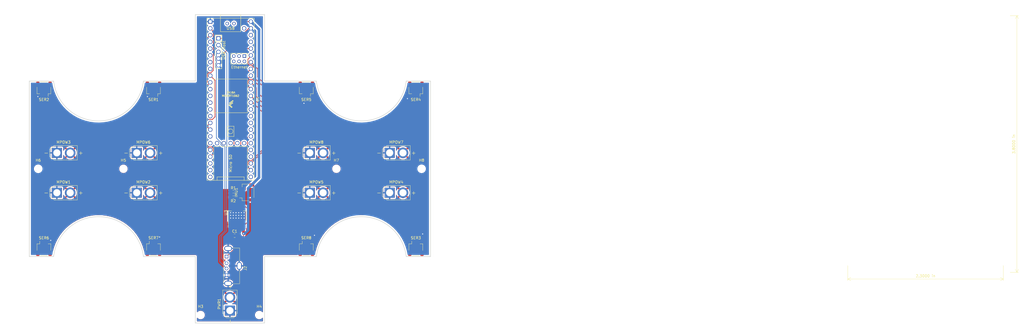
<source format=kicad_pcb>
(kicad_pcb (version 20171130) (host pcbnew "(5.1.10)-1")
  (layers (0 F.Cu signal) (31 B.Cu signal) (34 B.Paste user) (35 F.Paste user) (36 B.SilkS user) (37 F.SilkS user) (38 B.Mask user) (39 F.Mask user) (44 Edge.Cuts user))
  (net 0 "")
  (net 1 GND)
  (net 2 /5V)
  (net 3 "Net-(U1-Pad66)")
  (net 4 "Net-(U1-Pad67)")
  (net 5 "Net-(U1-Pad54)")
  (net 6 "Net-(U1-Pad53)")
  (net 7 "Net-(U1-Pad52)")
  (net 8 "Net-(U1-Pad51)")
  (net 9 "Net-(U1-Pad50)")
  (net 10 "Net-(U1-Pad62)")
  (net 11 "Net-(U1-Pad63)")
  (net 12 "Net-(U1-Pad64)")
  (net 13 "Net-(U1-Pad61)")
  (net 14 "Net-(U1-Pad65)")
  (net 15 "Net-(U1-Pad60)")
  (net 16 /RX6)
  (net 17 /PS2_CMD)
  (net 18 /PS2_CLK)
  (net 19 /RX7)
  (net 20 /TX6)
  (net 21 "Net-(U1-Pad15)")
  (net 22 "Net-(U1-Pad14)")
  (net 23 /TX7)
  (net 24 "Net-(U1-Pad22)")
  (net 25 "Net-(U1-Pad23)")
  (net 26 "Net-(U1-Pad24)")
  (net 27 "Net-(U1-Pad25)")
  (net 28 /RX8)
  (net 29 /TX8)
  (net 30 "Net-(U1-Pad28)")
  (net 31 "Net-(U1-Pad29)")
  (net 32 /PS2_CS)
  (net 33 /PS2_DAT)
  (net 34 "Net-(U1-Pad32)")
  (net 35 "Net-(U1-Pad33)")
  (net 36 "Net-(U1-Pad34)")
  (net 37 "Net-(U1-Pad13)")
  (net 38 "Net-(U1-Pad12)")
  (net 39 "Net-(U1-Pad11)")
  (net 40 /TX2)
  (net 41 /RX2)
  (net 42 "Net-(U1-Pad8)")
  (net 43 "Net-(U1-Pad7)")
  (net 44 "Net-(U1-Pad6)")
  (net 45 "Net-(U1-Pad5)")
  (net 46 "Net-(U1-Pad4)")
  (net 47 /TX1)
  (net 48 /RX1)
  (net 49 "Net-(U1-Pad35)")
  (net 50 /TX3)
  (net 51 /RX3)
  (net 52 /RX4)
  (net 53 /TX4)
  (net 54 /SDA)
  (net 55 /SCL)
  (net 56 /TX5)
  (net 57 /RX5)
  (net 58 /BAT_MON)
  (net 59 "Net-(U1-Pad45)")
  (net 60 "Net-(U1-Pad46)")
  (net 61 "Net-(U1-Pad49)")
  (net 62 Vdrive)
  (net 63 /D+)
  (net 64 /D-)
  (module Connector_JST:JST_SH_SM04B-SRSS-TB_1x04-1MP_P1.00mm_Horizontal (layer F.Cu) (at 146.35 124.89 90)
    (fp_text reference IMU1 (at 0 -3.98 90) (layer F.SilkS))
    (fp_text value Conn_01x04)
    (pad MP smd roundrect (at 2.8 1.875 90) (size 1.2 1.8) (layers F.Cu F.Paste F.Mask) (roundrect_rratio 0.208333))
    (pad MP smd roundrect (at -2.8 1.875 90) (size 1.2 1.8) (layers F.Cu F.Paste F.Mask) (roundrect_rratio 0.208333))
    (pad 4 smd roundrect (at 1.5 -2 90) (size 0.6 1.55) (layers F.Cu F.Paste F.Mask) (net 55 /SCL))
    (pad 3 smd roundrect (at 0.5 -2 90) (size 0.6 1.55) (layers F.Cu F.Paste F.Mask) (net 54 /SDA))
    (pad 2 smd roundrect (at -0.5 -2 90) (size 0.6 1.55) (layers F.Cu F.Paste F.Mask) (net 1 GND))
    (pad 1 smd roundrect (at -1.5 -2 90) (size 0.6 1.55) (layers F.Cu F.Paste F.Mask) (net 2 /5V))
  )
  (module Connector_JST:JST_SH_SM03B-SRSS-TB_1x03-1MP_P1.00mm_Horizontal (layer F.Cu) (at 70.15 146)
    (fp_text reference SER6 (at 0 -3.98) (layer F.SilkS))
    (fp_text value Conn_01x03)
    (pad MP smd roundrect (at 2.3 1.875) (size 1.2 1.8) (layers F.Cu F.Paste F.Mask) (roundrect_rratio 0.208333))
    (pad MP smd roundrect (at -2.3 1.875) (size 1.2 1.8) (layers F.Cu F.Paste F.Mask) (roundrect_rratio 0.208333))
    (pad 3 smd roundrect (at 1 -2) (size 0.6 1.55) (layers F.Cu F.Paste F.Mask) (net 1 GND))
    (pad 2 smd roundrect (at 0 -2) (size 0.6 1.55) (layers F.Cu F.Paste F.Mask) (net 16 /RX6))
    (pad 1 smd roundrect (at -1 -2) (size 0.6 1.55) (layers F.Cu F.Paste F.Mask) (net 20 /TX6))
  )
  (module Connector_JST:JST_SH_SM03B-SRSS-TB_1x03-1MP_P1.00mm_Horizontal (layer F.Cu) (at 111.298 86 180)
    (fp_text reference SER1 (at 0 -3.98) (layer F.SilkS))
    (fp_text value Conn_01x03)
    (pad MP smd roundrect (at 2.3 1.875 180) (size 1.2 1.8) (layers F.Cu F.Paste F.Mask) (roundrect_rratio 0.208333))
    (pad MP smd roundrect (at -2.3 1.875 180) (size 1.2 1.8) (layers F.Cu F.Paste F.Mask) (roundrect_rratio 0.208333))
    (pad 3 smd roundrect (at 1 -2 180) (size 0.6 1.55) (layers F.Cu F.Paste F.Mask) (net 1 GND))
    (pad 2 smd roundrect (at 0 -2 180) (size 0.6 1.55) (layers F.Cu F.Paste F.Mask) (net 48 /RX1))
    (pad 1 smd roundrect (at -1 -2 180) (size 0.6 1.55) (layers F.Cu F.Paste F.Mask) (net 47 /TX1))
  )
  (module Connector_AMASS:AMASS_XT30U-F_1x02_P5.0mm_Vertical (layer F.Cu) (at 140 169.34 90)
    (fp_text reference PWR1 (at 2.5 -4 90) (layer F.SilkS))
    (fp_text value Conn_01x02)
    (fp_text user - (at -4 0 90) (layer F.SilkS) (effects (font (size 1.5 1.5))))
    (fp_text user + (at 9 0 90) (layer F.SilkS) (effects (font (size 1.5 1.5))))
    (pad 2 thru_hole circle (at 5 0 90) (size 4 4) (drill 2.7) (layers *.Cu *.Mask) (net 62 Vdrive))
    (pad 1 thru_hole rect (at 0 0 90) (size 3.8 3.8) (drill 2.7) (layers *.Cu *.Mask) (net 1 GND))
  )
  (module Connector_JST:JST_SH_SM03B-SRSS-TB_1x03-1MP_P1.00mm_Horizontal (layer F.Cu) (at 209.85 86 180)
    (fp_text reference SER4 (at 0 -3.98) (layer F.SilkS))
    (fp_text value Conn_01x03)
    (pad MP smd roundrect (at 2.3 1.875 180) (size 1.2 1.8) (layers F.Cu F.Paste F.Mask) (roundrect_rratio 0.208333))
    (pad MP smd roundrect (at -2.3 1.875 180) (size 1.2 1.8) (layers F.Cu F.Paste F.Mask) (roundrect_rratio 0.208333))
    (pad 3 smd roundrect (at 1 -2 180) (size 0.6 1.55) (layers F.Cu F.Paste F.Mask) (net 1 GND))
    (pad 2 smd roundrect (at 0 -2 180) (size 0.6 1.55) (layers F.Cu F.Paste F.Mask) (net 52 /RX4))
    (pad 1 smd roundrect (at -1 -2 180) (size 0.6 1.55) (layers F.Cu F.Paste F.Mask) (net 53 /TX4))
  )
  (module Package_TO_SOT_SMD:SOT-223 (layer F.Cu) (at 142.794 133.78 90)
    (fp_text reference U3 (at 1.27 -4.318 90) (layer F.SilkS))
    (fp_text value LM7805_TO220)
    (pad 1 smd rect (at -3.15 -2.3 90) (size 2 1.5) (layers F.Cu F.Paste F.Mask) (net 62 Vdrive))
    (pad 3 smd rect (at -3.15 2.3 90) (size 2 1.5) (layers F.Cu F.Paste F.Mask) (net 2 /5V))
    (pad 2 smd rect (at -3.15 0 90) (size 2 1.5) (layers F.Cu F.Paste F.Mask) (net 1 GND))
    (pad 4 smd rect (at 3.15 0 90) (size 2 3.8) (layers F.Cu F.Paste F.Mask))
  )
  (module Connector_AMASS:AMASS_XT30U-F_1x02_P5.0mm_Vertical (layer F.Cu) (at 170 110)
    (fp_text reference MPOW8 (at 2.5 -4) (layer F.SilkS))
    (fp_text value Conn_01x02)
    (fp_text user - (at -4 0) (layer F.SilkS) (effects (font (size 1.5 1.5))))
    (fp_text user + (at 9 0) (layer F.SilkS) (effects (font (size 1.5 1.5))))
    (pad 2 thru_hole circle (at 5 0) (size 4 4) (drill 2.7) (layers *.Cu *.Mask) (net 62 Vdrive))
    (pad 1 thru_hole rect (at 0 0) (size 3.8 3.8) (drill 2.7) (layers *.Cu *.Mask) (net 1 GND))
  )
  (module Connector_AMASS:AMASS_XT30U-F_1x02_P5.0mm_Vertical (layer F.Cu) (at 200 110)
    (fp_text reference MPOW7 (at 2.5 -4) (layer F.SilkS))
    (fp_text value Conn_01x02)
    (fp_text user - (at -4 0) (layer F.SilkS) (effects (font (size 1.5 1.5))))
    (fp_text user + (at 9 0) (layer F.SilkS) (effects (font (size 1.5 1.5))))
    (pad 2 thru_hole circle (at 5 0) (size 4 4) (drill 2.7) (layers *.Cu *.Mask) (net 62 Vdrive))
    (pad 1 thru_hole rect (at 0 0) (size 3.8 3.8) (drill 2.7) (layers *.Cu *.Mask) (net 1 GND))
  )
  (module Connector_AMASS:AMASS_XT30U-F_1x02_P5.0mm_Vertical (layer F.Cu) (at 105 110)
    (fp_text reference MPOW6 (at 2.5 -4) (layer F.SilkS))
    (fp_text value Conn_01x02)
    (fp_text user - (at -4 0) (layer F.SilkS) (effects (font (size 1.5 1.5))))
    (fp_text user + (at 9 0) (layer F.SilkS) (effects (font (size 1.5 1.5))))
    (pad 2 thru_hole circle (at 5 0) (size 4 4) (drill 2.7) (layers *.Cu *.Mask) (net 62 Vdrive))
    (pad 1 thru_hole rect (at 0 0) (size 3.8 3.8) (drill 2.7) (layers *.Cu *.Mask) (net 1 GND))
  )
  (module Connector_AMASS:AMASS_XT30U-F_1x02_P5.0mm_Vertical (layer F.Cu) (at 170 125)
    (fp_text reference MPOW5 (at 2.5 -4) (layer F.SilkS))
    (fp_text value Conn_01x02)
    (fp_text user - (at -4 0) (layer F.SilkS) (effects (font (size 1.5 1.5))))
    (fp_text user + (at 9 0) (layer F.SilkS) (effects (font (size 1.5 1.5))))
    (pad 2 thru_hole circle (at 5 0) (size 4 4) (drill 2.7) (layers *.Cu *.Mask) (net 62 Vdrive))
    (pad 1 thru_hole rect (at 0 0) (size 3.8 3.8) (drill 2.7) (layers *.Cu *.Mask) (net 1 GND))
  )
  (module Connector_AMASS:AMASS_XT30U-F_1x02_P5.0mm_Vertical (layer F.Cu) (at 200 125)
    (fp_text reference MPOW4 (at 2.5 -4) (layer F.SilkS))
    (fp_text value Conn_01x02)
    (fp_text user - (at -4 0) (layer F.SilkS) (effects (font (size 1.5 1.5))))
    (fp_text user + (at 9 0) (layer F.SilkS) (effects (font (size 1.5 1.5))))
    (pad 2 thru_hole circle (at 5 0) (size 4 4) (drill 2.7) (layers *.Cu *.Mask) (net 62 Vdrive))
    (pad 1 thru_hole rect (at 0 0) (size 3.8 3.8) (drill 2.7) (layers *.Cu *.Mask) (net 1 GND))
  )
  (module Connector_AMASS:AMASS_XT30U-F_1x02_P5.0mm_Vertical (layer F.Cu) (at 75 110)
    (fp_text reference MPOW3 (at 2.5 -4) (layer F.SilkS))
    (fp_text value Conn_01x02)
    (fp_text user - (at -4 0) (layer F.SilkS) (effects (font (size 1.5 1.5))))
    (fp_text user + (at 9 0) (layer F.SilkS) (effects (font (size 1.5 1.5))))
    (pad 2 thru_hole circle (at 5 0) (size 4 4) (drill 2.7) (layers *.Cu *.Mask) (net 62 Vdrive))
    (pad 1 thru_hole rect (at 0 0) (size 3.8 3.8) (drill 2.7) (layers *.Cu *.Mask) (net 1 GND))
  )
  (module Connector_AMASS:AMASS_XT30U-F_1x02_P5.0mm_Vertical (layer F.Cu) (at 105 125)
    (fp_text reference MPOW2 (at 2.5 -4) (layer F.SilkS))
    (fp_text value Conn_01x02)
    (fp_text user - (at -4 0) (layer F.SilkS) (effects (font (size 1.5 1.5))))
    (fp_text user + (at 9 0) (layer F.SilkS) (effects (font (size 1.5 1.5))))
    (pad 2 thru_hole circle (at 5 0) (size 4 4) (drill 2.7) (layers *.Cu *.Mask) (net 62 Vdrive))
    (pad 1 thru_hole rect (at 0 0) (size 3.8 3.8) (drill 2.7) (layers *.Cu *.Mask) (net 1 GND))
  )
  (module Connector_AMASS:AMASS_XT30U-F_1x02_P5.0mm_Vertical (layer F.Cu) (at 75 125)
    (fp_text reference MPOW1 (at 2.5 -4) (layer F.SilkS))
    (fp_text value Conn_01x02)
    (fp_text user - (at -4 0) (layer F.SilkS) (effects (font (size 1.5 1.5))))
    (fp_text user + (at 9 0) (layer F.SilkS) (effects (font (size 1.5 1.5))))
    (pad 2 thru_hole circle (at 5 0) (size 4 4) (drill 2.7) (layers *.Cu *.Mask) (net 62 Vdrive))
    (pad 1 thru_hole rect (at 0 0) (size 3.8 3.8) (drill 2.7) (layers *.Cu *.Mask) (net 1 GND))
  )
  (module Connector_USB:USB_A_Molex_105057_Vertical (layer F.Cu) (at 138.73 149.02 270)
    (fp_text reference J2 (at 4.4 -7.05 90) (layer F.SilkS))
    (fp_text value USB_A)
    (pad 5 thru_hole oval (at 3.5 -4.78) (size 1.9 2.9) (drill oval 1.3 2.3) (layers *.Cu *.Mask) (net 1 GND))
    (pad 5 thru_hole oval (at 10.07 -0.6 270) (size 1.9 2.9) (drill oval 1.3 2.3) (layers *.Cu *.Mask) (net 1 GND))
    (pad 5 thru_hole oval (at -3.07 -0.6 90) (size 1.9 2.9) (drill oval 1.3 2.3) (layers *.Cu *.Mask) (net 1 GND))
    (pad 4 thru_hole circle (at 7 0 270) (size 1.3 1.3) (drill 0.9) (layers *.Cu *.Mask) (net 1 GND))
    (pad 3 thru_hole circle (at 4.5 0 270) (size 1.3 1.3) (drill 0.9) (layers *.Cu *.Mask) (net 63 /D+))
    (pad 2 thru_hole circle (at 2.5 0 270) (size 1.3 1.3) (drill 0.9) (layers *.Cu *.Mask) (net 64 /D-))
    (pad 1 thru_hole rect (at 0 0 270) (size 1.3 1.3) (drill 0.9) (layers *.Cu *.Mask) (net 2 /5V))
  )
  (module MountingHole:MountingHole_2.2mm_M2 (layer F.Cu) (at 212 116)
    (fp_text reference H8 (at 0 -3.2) (layer F.SilkS))
    (fp_text value MountingHole)
    (pad 1 np_thru_hole circle (at 0 0) (size 2.2 2.2) (drill 2.2) (layers *.Cu *.Mask))
  )
  (module MountingHole:MountingHole_2.2mm_M2 (layer F.Cu) (at 180 116)
    (fp_text reference H7 (at 0 -3.2) (layer F.SilkS))
    (fp_text value MountingHole)
    (pad 1 np_thru_hole circle (at 0 0) (size 2.2 2.2) (drill 2.2) (layers *.Cu *.Mask))
  )
  (module MountingHole:MountingHole_2.2mm_M2 (layer F.Cu) (at 68 116)
    (fp_text reference H6 (at 0 -3.2) (layer F.SilkS))
    (fp_text value MountingHole)
    (pad 1 np_thru_hole circle (at 0 0) (size 2.2 2.2) (drill 2.2) (layers *.Cu *.Mask))
  )
  (module MountingHole:MountingHole_2.2mm_M2 (layer F.Cu) (at 100 116)
    (fp_text reference H5 (at 0 -3.2) (layer F.SilkS))
    (fp_text value MountingHole)
    (pad 1 np_thru_hole circle (at 0 0) (size 2.2 2.2) (drill 2.2) (layers *.Cu *.Mask))
  )
  (module MountingHole:MountingHole_2.2mm_M2 (layer F.Cu) (at 151 171)
    (fp_text reference H4 (at 0 -3.2) (layer F.SilkS))
    (fp_text value MountingHole)
    (pad 1 np_thru_hole circle (at 0 0) (size 2.2 2.2) (drill 2.2) (layers *.Cu *.Mask))
  )
  (module MountingHole:MountingHole_2.2mm_M2 (layer F.Cu) (at 129 171)
    (fp_text reference H3 (at 0 -3.2) (layer F.SilkS))
    (fp_text value MountingHole)
    (pad 1 np_thru_hole circle (at 0 0) (size 2.2 2.2) (drill 2.2) (layers *.Cu *.Mask))
  )
  (module Connector_JST:JST_SH_SM03B-SRSS-TB_1x03-1MP_P1.00mm_Horizontal (layer F.Cu) (at 168.702 145.972)
    (fp_text reference SER8 (at 0 -3.98) (layer F.SilkS))
    (fp_text value Conn_01x03)
    (pad MP smd roundrect (at 2.3 1.875) (size 1.2 1.8) (layers F.Cu F.Paste F.Mask) (roundrect_rratio 0.208333))
    (pad MP smd roundrect (at -2.3 1.875) (size 1.2 1.8) (layers F.Cu F.Paste F.Mask) (roundrect_rratio 0.208333))
    (pad 3 smd roundrect (at 1 -2) (size 0.6 1.55) (layers F.Cu F.Paste F.Mask) (net 1 GND))
    (pad 2 smd roundrect (at 0 -2) (size 0.6 1.55) (layers F.Cu F.Paste F.Mask) (net 28 /RX8))
    (pad 1 smd roundrect (at -1 -2) (size 0.6 1.55) (layers F.Cu F.Paste F.Mask) (net 29 /TX8))
  )
  (module Connector_JST:JST_SH_SM03B-SRSS-TB_1x03-1MP_P1.00mm_Horizontal (layer F.Cu) (at 111.298 145.972)
    (fp_text reference SER7 (at 0 -3.98) (layer F.SilkS))
    (fp_text value Conn_01x03)
    (pad MP smd roundrect (at 2.3 1.875) (size 1.2 1.8) (layers F.Cu F.Paste F.Mask) (roundrect_rratio 0.208333))
    (pad MP smd roundrect (at -2.3 1.875) (size 1.2 1.8) (layers F.Cu F.Paste F.Mask) (roundrect_rratio 0.208333))
    (pad 3 smd roundrect (at 1 -2) (size 0.6 1.55) (layers F.Cu F.Paste F.Mask) (net 1 GND))
    (pad 2 smd roundrect (at 0 -2) (size 0.6 1.55) (layers F.Cu F.Paste F.Mask) (net 19 /RX7))
    (pad 1 smd roundrect (at -1 -2) (size 0.6 1.55) (layers F.Cu F.Paste F.Mask) (net 23 /TX7))
  )
  (module Connector_JST:JST_SH_SM03B-SRSS-TB_1x03-1MP_P1.00mm_Horizontal (layer F.Cu) (at 168.702 86 180)
    (fp_text reference SER5 (at 0 -3.98) (layer F.SilkS))
    (fp_text value Conn_01x03)
    (pad MP smd roundrect (at 2.3 1.875 180) (size 1.2 1.8) (layers F.Cu F.Paste F.Mask) (roundrect_rratio 0.208333))
    (pad MP smd roundrect (at -2.3 1.875 180) (size 1.2 1.8) (layers F.Cu F.Paste F.Mask) (roundrect_rratio 0.208333))
    (pad 3 smd roundrect (at 1 -2 180) (size 0.6 1.55) (layers F.Cu F.Paste F.Mask) (net 1 GND))
    (pad 2 smd roundrect (at 0 -2 180) (size 0.6 1.55) (layers F.Cu F.Paste F.Mask) (net 57 /RX5))
    (pad 1 smd roundrect (at -1 -2 180) (size 0.6 1.55) (layers F.Cu F.Paste F.Mask) (net 56 /TX5))
  )
  (module Connector_JST:JST_SH_SM03B-SRSS-TB_1x03-1MP_P1.00mm_Horizontal (layer F.Cu) (at 209.85 146)
    (fp_text reference SER3 (at 0 -3.98) (layer F.SilkS))
    (fp_text value Conn_01x03)
    (pad MP smd roundrect (at 2.3 1.875) (size 1.2 1.8) (layers F.Cu F.Paste F.Mask) (roundrect_rratio 0.208333))
    (pad MP smd roundrect (at -2.3 1.875) (size 1.2 1.8) (layers F.Cu F.Paste F.Mask) (roundrect_rratio 0.208333))
    (pad 3 smd roundrect (at 1 -2) (size 0.6 1.55) (layers F.Cu F.Paste F.Mask) (net 1 GND))
    (pad 2 smd roundrect (at 0 -2) (size 0.6 1.55) (layers F.Cu F.Paste F.Mask) (net 51 /RX3))
    (pad 1 smd roundrect (at -1 -2) (size 0.6 1.55) (layers F.Cu F.Paste F.Mask) (net 50 /TX3))
  )
  (module Connector_JST:JST_SH_SM03B-SRSS-TB_1x03-1MP_P1.00mm_Horizontal (layer F.Cu) (at 70.15 86 180)
    (fp_text reference SER2 (at 0 -3.98) (layer F.SilkS))
    (fp_text value Conn_01x03)
    (pad MP smd roundrect (at 2.3 1.875 180) (size 1.2 1.8) (layers F.Cu F.Paste F.Mask) (roundrect_rratio 0.208333))
    (pad MP smd roundrect (at -2.3 1.875 180) (size 1.2 1.8) (layers F.Cu F.Paste F.Mask) (roundrect_rratio 0.208333))
    (pad 3 smd roundrect (at 1 -2 180) (size 0.6 1.55) (layers F.Cu F.Paste F.Mask) (net 1 GND))
    (pad 2 smd roundrect (at 0 -2 180) (size 0.6 1.55) (layers F.Cu F.Paste F.Mask) (net 41 /RX2))
    (pad 1 smd roundrect (at -1 -2 180) (size 0.6 1.55) (layers F.Cu F.Paste F.Mask) (net 40 /TX2))
  )
  (module Teensy:Teensy41 (layer F.Cu) (at 140.254 89.838 270)
    (fp_text reference U1 (at 0 -10.16 90) (layer F.SilkS))
    (fp_text value Teensy4.1)
    (fp_text user "USB Host" (at -18.4658 2.4892 90) (layer F.SilkS))
    (fp_text user Ethernet (at -12.065 -3.2766) (layer F.SilkS))
    (fp_text user USB (at -26.67 0 180) (layer F.SilkS))
    (fp_text user "Micro SD" (at 24.13 0 90) (layer F.SilkS))
    (fp_text user MIMXRT1062 (at -1.27 0 180) (layer F.SilkS) (effects (font (size 0.7 0.7))))
    (fp_text user DVJ6A (at -2.54 -0.18 180) (layer F.SilkS) (effects (font (size 0.7 0.7))))
    (pad 66 thru_hole circle (at -28.48 -1.27 270) (size 1.3 1.3) (drill 0.8) (layers *.Cu *.Mask) (net 3 "Net-(U1-Pad66)"))
    (pad 67 thru_hole circle (at -28.48 1.27 270) (size 1.3 1.3) (drill 0.8) (layers *.Cu *.Mask) (net 4 "Net-(U1-Pad67)"))
    (pad 54 thru_hole circle (at 16.51 -5.08 270) (size 1.6 1.6) (drill 1.1) (layers *.Cu *.Mask) (net 5 "Net-(U1-Pad54)"))
    (pad 53 thru_hole circle (at 16.51 -2.54 270) (size 1.6 1.6) (drill 1.1) (layers *.Cu *.Mask) (net 6 "Net-(U1-Pad53)"))
    (pad 52 thru_hole circle (at 16.51 0 270) (size 1.6 1.6) (drill 1.1) (layers *.Cu *.Mask) (net 7 "Net-(U1-Pad52)"))
    (pad 51 thru_hole circle (at 16.51 2.54 270) (size 1.6 1.6) (drill 1.1) (layers *.Cu *.Mask) (net 8 "Net-(U1-Pad51)"))
    (pad 50 thru_hole circle (at 16.51 5.08 270) (size 1.6 1.6) (drill 1.1) (layers *.Cu *.Mask) (net 9 "Net-(U1-Pad50)"))
    (pad 62 thru_hole circle (at -16.24 -1.1816 270) (size 1.3 1.3) (drill 0.8) (layers *.Cu *.Mask) (net 10 "Net-(U1-Pad62)"))
    (pad 63 thru_hole circle (at -14.24 -1.1816 270) (size 1.3 1.3) (drill 0.8) (layers *.Cu *.Mask) (net 11 "Net-(U1-Pad63)"))
    (pad 64 thru_hole circle (at -14.24 -3.1816 270) (size 1.3 1.3) (drill 0.8) (layers *.Cu *.Mask) (net 12 "Net-(U1-Pad64)"))
    (pad 61 thru_hole circle (at -16.24 -3.1816 270) (size 1.3 1.3) (drill 0.8) (layers *.Cu *.Mask) (net 13 "Net-(U1-Pad61)"))
    (pad 65 thru_hole circle (at -14.24 -5.1816 270) (size 1.3 1.3) (drill 0.8) (layers *.Cu *.Mask) (net 14 "Net-(U1-Pad65)"))
    (pad 60 thru_hole rect (at -16.24 -5.1816 270) (size 1.3 1.3) (drill 0.8) (layers *.Cu *.Mask) (net 15 "Net-(U1-Pad60)"))
    (pad 17 thru_hole circle (at 11.43 7.62 270) (size 1.6 1.6) (drill 1.1) (layers *.Cu *.Mask) (net 16 /RX6))
    (pad 18 thru_hole circle (at 13.97 7.62 270) (size 1.6 1.6) (drill 1.1) (layers *.Cu *.Mask) (net 17 /PS2_CMD))
    (pad 19 thru_hole circle (at 16.51 7.62 270) (size 1.6 1.6) (drill 1.1) (layers *.Cu *.Mask) (net 18 /PS2_CLK))
    (pad 20 thru_hole circle (at 19.05 7.62 270) (size 1.6 1.6) (drill 1.1) (layers *.Cu *.Mask) (net 19 /RX7))
    (pad 16 thru_hole circle (at 8.89 7.62 270) (size 1.6 1.6) (drill 1.1) (layers *.Cu *.Mask) (net 20 /TX6))
    (pad 15 thru_hole circle (at 6.35 7.62 270) (size 1.6 1.6) (drill 1.1) (layers *.Cu *.Mask) (net 21 "Net-(U1-Pad15)"))
    (pad 14 thru_hole circle (at 3.81 7.62 270) (size 1.6 1.6) (drill 1.1) (layers *.Cu *.Mask) (net 22 "Net-(U1-Pad14)"))
    (pad 21 thru_hole circle (at 21.59 7.62 270) (size 1.6 1.6) (drill 1.1) (layers *.Cu *.Mask) (net 23 /TX7))
    (pad 22 thru_hole circle (at 24.13 7.62 270) (size 1.6 1.6) (drill 1.1) (layers *.Cu *.Mask) (net 24 "Net-(U1-Pad22)"))
    (pad 23 thru_hole circle (at 26.67 7.62 270) (size 1.6 1.6) (drill 1.1) (layers *.Cu *.Mask) (net 25 "Net-(U1-Pad23)"))
    (pad 24 thru_hole circle (at 29.21 7.62 270) (size 1.6 1.6) (drill 1.1) (layers *.Cu *.Mask) (net 26 "Net-(U1-Pad24)"))
    (pad 25 thru_hole circle (at 29.21 -7.62 270) (size 1.6 1.6) (drill 1.1) (layers *.Cu *.Mask) (net 27 "Net-(U1-Pad25)"))
    (pad 26 thru_hole circle (at 26.67 -7.62 270) (size 1.6 1.6) (drill 1.1) (layers *.Cu *.Mask) (net 28 /RX8))
    (pad 27 thru_hole circle (at 24.13 -7.62 270) (size 1.6 1.6) (drill 1.1) (layers *.Cu *.Mask) (net 29 /TX8))
    (pad 28 thru_hole circle (at 21.59 -7.62 270) (size 1.6 1.6) (drill 1.1) (layers *.Cu *.Mask) (net 30 "Net-(U1-Pad28)"))
    (pad 29 thru_hole circle (at 19.05 -7.62 270) (size 1.6 1.6) (drill 1.1) (layers *.Cu *.Mask) (net 31 "Net-(U1-Pad29)"))
    (pad 30 thru_hole circle (at 16.51 -7.62 270) (size 1.6 1.6) (drill 1.1) (layers *.Cu *.Mask) (net 32 /PS2_CS))
    (pad 31 thru_hole circle (at 13.97 -7.62 270) (size 1.6 1.6) (drill 1.1) (layers *.Cu *.Mask) (net 33 /PS2_DAT))
    (pad 32 thru_hole circle (at 11.43 -7.62 270) (size 1.6 1.6) (drill 1.1) (layers *.Cu *.Mask) (net 34 "Net-(U1-Pad32)"))
    (pad 33 thru_hole circle (at 8.89 -7.62 270) (size 1.6 1.6) (drill 1.1) (layers *.Cu *.Mask) (net 35 "Net-(U1-Pad33)"))
    (pad 34 thru_hole circle (at 6.35 -7.62 270) (size 1.6 1.6) (drill 1.1) (layers *.Cu *.Mask) (net 36 "Net-(U1-Pad34)"))
    (pad 13 thru_hole circle (at 1.27 7.62 270) (size 1.6 1.6) (drill 1.1) (layers *.Cu *.Mask) (net 37 "Net-(U1-Pad13)"))
    (pad 12 thru_hole circle (at -1.27 7.62 270) (size 1.6 1.6) (drill 1.1) (layers *.Cu *.Mask) (net 38 "Net-(U1-Pad12)"))
    (pad 11 thru_hole circle (at -3.81 7.62 270) (size 1.6 1.6) (drill 1.1) (layers *.Cu *.Mask) (net 39 "Net-(U1-Pad11)"))
    (pad 10 thru_hole circle (at -6.35 7.62 270) (size 1.6 1.6) (drill 1.1) (layers *.Cu *.Mask) (net 40 /TX2))
    (pad 9 thru_hole circle (at -8.89 7.62 270) (size 1.6 1.6) (drill 1.1) (layers *.Cu *.Mask) (net 41 /RX2))
    (pad 8 thru_hole circle (at -11.43 7.62 270) (size 1.6 1.6) (drill 1.1) (layers *.Cu *.Mask) (net 42 "Net-(U1-Pad8)"))
    (pad 7 thru_hole circle (at -13.97 7.62 270) (size 1.6 1.6) (drill 1.1) (layers *.Cu *.Mask) (net 43 "Net-(U1-Pad7)"))
    (pad 6 thru_hole circle (at -16.51 7.62 270) (size 1.6 1.6) (drill 1.1) (layers *.Cu *.Mask) (net 44 "Net-(U1-Pad6)"))
    (pad 5 thru_hole circle (at -19.05 7.62 270) (size 1.6 1.6) (drill 1.1) (layers *.Cu *.Mask) (net 45 "Net-(U1-Pad5)"))
    (pad 4 thru_hole circle (at -21.59 7.62 270) (size 1.6 1.6) (drill 1.1) (layers *.Cu *.Mask) (net 46 "Net-(U1-Pad4)"))
    (pad 3 thru_hole circle (at -24.13 7.62 270) (size 1.6 1.6) (drill 1.1) (layers *.Cu *.Mask) (net 47 /TX1))
    (pad 2 thru_hole circle (at -26.67 7.62 270) (size 1.6 1.6) (drill 1.1) (layers *.Cu *.Mask) (net 48 /RX1))
    (pad 1 thru_hole rect (at -29.21 7.62 270) (size 1.6 1.6) (drill 1.1) (layers *.Cu *.Mask) (net 1 GND))
    (pad 35 thru_hole circle (at 3.81 -7.62 270) (size 1.6 1.6) (drill 1.1) (layers *.Cu *.Mask) (net 49 "Net-(U1-Pad35)"))
    (pad 36 thru_hole circle (at 1.27 -7.62 270) (size 1.6 1.6) (drill 1.1) (layers *.Cu *.Mask) (net 50 /TX3))
    (pad 37 thru_hole circle (at -1.27 -7.62 270) (size 1.6 1.6) (drill 1.1) (layers *.Cu *.Mask) (net 51 /RX3))
    (pad 38 thru_hole circle (at -3.81 -7.62 270) (size 1.6 1.6) (drill 1.1) (layers *.Cu *.Mask) (net 52 /RX4))
    (pad 39 thru_hole circle (at -6.35 -7.62 270) (size 1.6 1.6) (drill 1.1) (layers *.Cu *.Mask) (net 53 /TX4))
    (pad 40 thru_hole circle (at -8.89 -7.62 270) (size 1.6 1.6) (drill 1.1) (layers *.Cu *.Mask) (net 54 /SDA))
    (pad 41 thru_hole circle (at -11.43 -7.62 270) (size 1.6 1.6) (drill 1.1) (layers *.Cu *.Mask) (net 55 /SCL))
    (pad 42 thru_hole circle (at -13.97 -7.62 270) (size 1.6 1.6) (drill 1.1) (layers *.Cu *.Mask) (net 56 /TX5))
    (pad 43 thru_hole circle (at -16.51 -7.62 270) (size 1.6 1.6) (drill 1.1) (layers *.Cu *.Mask) (net 57 /RX5))
    (pad 44 thru_hole circle (at -19.05 -7.62 270) (size 1.6 1.6) (drill 1.1) (layers *.Cu *.Mask) (net 58 /BAT_MON))
    (pad 45 thru_hole circle (at -21.59 -7.62 270) (size 1.6 1.6) (drill 1.1) (layers *.Cu *.Mask) (net 59 "Net-(U1-Pad45)"))
    (pad 46 thru_hole circle (at -24.13 -7.62 270) (size 1.6 1.6) (drill 1.1) (layers *.Cu *.Mask) (net 60 "Net-(U1-Pad46)"))
    (pad 47 thru_hole circle (at -26.67 -7.62 270) (size 1.6 1.6) (drill 1.1) (layers *.Cu *.Mask) (net 1 GND))
    (pad 48 thru_hole circle (at -29.21 -7.62 270) (size 1.6 1.6) (drill 1.1) (layers *.Cu *.Mask) (net 2 /5V))
    (pad 55 thru_hole rect (at -22.9108 4.5692 270) (size 1.6 1.6) (drill 1.1) (layers *.Cu *.Mask) (net 2 /5V))
    (pad 56 thru_hole circle (at -20.3708 4.5692 270) (size 1.6 1.6) (drill 1.1) (layers *.Cu *.Mask) (net 64 /D-))
    (pad 57 thru_hole circle (at -17.8308 4.5692 270) (size 1.6 1.6) (drill 1.1) (layers *.Cu *.Mask) (net 63 /D+))
    (pad 58 thru_hole circle (at -15.2908 4.5692 270) (size 1.6 1.6) (drill 1.1) (layers *.Cu *.Mask) (net 1 GND))
    (pad 59 thru_hole circle (at -12.7508 4.5692 270) (size 1.6 1.6) (drill 1.1) (layers *.Cu *.Mask) (net 1 GND))
    (pad 49 thru_hole circle (at -26.67 -5.08 270) (size 1.6 1.6) (drill 1.1) (layers *.Cu *.Mask) (net 61 "Net-(U1-Pad49)"))
  )
  (module Resistor_SMD:R_0603_1608Metric_Pad1.05x0.95mm_HandSolder (layer F.Cu) (at 141.27 126.668 180)
    (fp_text reference R2 (at 0 -1.43) (layer F.SilkS))
    (fp_text value 2.5k)
    (pad 2 smd roundrect (at 0.875 0 180) (size 1.05 0.95) (layers F.Cu F.Paste F.Mask) (net 1 GND))
    (pad 1 smd roundrect (at -0.875 0 180) (size 1.05 0.95) (layers F.Cu F.Paste F.Mask) (net 58 /BAT_MON))
  )
  (module Resistor_SMD:R_0603_1608Metric_Pad1.05x0.95mm_HandSolder (layer F.Cu) (at 141.27 124.636)
    (fp_text reference R1 (at 0 -1.43) (layer F.SilkS))
    (fp_text value 10k)
    (pad 2 smd roundrect (at 0.875 0) (size 1.05 0.95) (layers F.Cu F.Paste F.Mask) (net 58 /BAT_MON))
    (pad 1 smd roundrect (at -0.875 0) (size 1.05 0.95) (layers F.Cu F.Paste F.Mask) (net 62 Vdrive))
  )
  (module Capacitor_SMD:C_0805_2012Metric_Pad1.15x1.40mm_HandSolder (layer F.Cu) (at 141.778 141.146)
    (fp_text reference C1 (at 0 -1.65) (layer F.SilkS))
    (fp_text value 0.22uF)
    (pad 2 smd roundrect (at 1.025 0) (size 1.15 1.4) (layers F.Cu F.Paste F.Mask) (roundrect_rratio 0.217391) (net 1 GND))
    (pad 1 smd roundrect (at -1.025 0) (size 1.15 1.4) (layers F.Cu F.Paste F.Mask) (roundrect_rratio 0.217391) (net 62 Vdrive))
  )
  (gr_line (start 127 83) (end 107.531943 83) (layer Edge.Cuts) (width 0.2))
  (gr_line (start 127 58) (end 127 83) (layer Edge.Cuts) (width 0.2))
  (gr_line (start 153 58) (end 127 58) (layer Edge.Cuts) (width 0.2))
  (gr_line (start 153 83) (end 153 58) (layer Edge.Cuts) (width 0.2))
  (gr_line (start 172.468056 83) (end 153 83) (layer Edge.Cuts) (width 0.2))
  (gr_arc (start 189.35 81) (end 172.468056 83) (angle -166.4873459) (layer Edge.Cuts) (width 0.2))
  (gr_line (start 215.35 83) (end 206.231943 83) (layer Edge.Cuts) (width 0.2))
  (gr_line (start 215.35 149) (end 215.35 83) (layer Edge.Cuts) (width 0.2))
  (gr_line (start 206.231943 149) (end 215.35 149) (layer Edge.Cuts) (width 0.2))
  (gr_arc (start 189.35 151) (end 206.231943 148.999999) (angle -166.4873459) (layer Edge.Cuts) (width 0.2))
  (gr_line (start 153 149) (end 172.468056 149) (layer Edge.Cuts) (width 0.2))
  (gr_line (start 153 174) (end 153 149) (layer Edge.Cuts) (width 0.2))
  (gr_line (start 127 174) (end 153 174) (layer Edge.Cuts) (width 0.2))
  (gr_line (start 127 149) (end 127 174) (layer Edge.Cuts) (width 0.2))
  (gr_line (start 107.531943 149) (end 127 149) (layer Edge.Cuts) (width 0.2))
  (gr_arc (start 90.65 151) (end 107.531943 148.999999) (angle -166.4873459) (layer Edge.Cuts) (width 0.2))
  (gr_line (start 64.65 149) (end 73.768056 149) (layer Edge.Cuts) (width 0.2))
  (gr_line (start 64.65 83) (end 64.65 149) (layer Edge.Cuts) (width 0.2))
  (gr_line (start 73.768056 83) (end 64.65 83) (layer Edge.Cuts) (width 0.2))
  (gr_arc (start 90.65 81) (end 73.768056 83) (angle -166.4873459) (layer Edge.Cuts) (width 0.2))
  (dimension 96.52 (width 0.12) (layer F.SilkS) (gr_text "96.520 mm" (at 436.88 106.68 90) (layer F.SilkS) (effects (font (size 1 1) (thickness 0.15)))) (feature1 (pts (xy 433.07 58.42) (xy 436.196421 58.42))) (feature2 (pts (xy 433.07 154.94) (xy 436.196421 154.94))) (crossbar (pts (xy 435.61 154.94) (xy 435.61 58.42))) (arrow1a (pts (xy 435.61 58.42) (xy 436.196421 59.546504))) (arrow1b (pts (xy 435.61 58.42) (xy 435.023579 59.546504))) (arrow2a (pts (xy 435.61 154.94) (xy 436.196421 153.813496))) (arrow2b (pts (xy 435.61 154.94) (xy 435.023579 153.813496))))
  (dimension 58.42 (width 0.12) (layer F.SilkS) (gr_text "2.3000 in" (at 401.32 158.75) (layer F.SilkS) (effects (font (size 1 1) (thickness 0.15)))) (feature1 (pts (xy 372.11 152.4) (xy 372.11 158.066421))) (feature2 (pts (xy 430.53 152.4) (xy 430.53 158.066421))) (crossbar (pts (xy 430.53 157.48) (xy 372.11 157.48))) (arrow1a (pts (xy 372.11 157.48) (xy 373.236504 156.893579))) (arrow1b (pts (xy 372.11 157.48) (xy 373.236504 158.066421))) (arrow2a (pts (xy 430.53 157.48) (xy 429.403496 156.893579))) (arrow2b (pts (xy 430.53 157.48) (xy 429.403496 158.066421))))
  (segment (start 73.854 126.264) (end 75.864 124.254) (width 0.25) (layer F.Cu) (net 1))
  (segment (start 210.85 144) (end 210.85 144.718) (width 0.25) (layer F.Cu) (net 1))
  (via (at 212.39 140.511) (size 0.8) (drill 0.4) (layers F.Cu B.Cu) (net 1))
  (segment (start 210.85 142.051) (end 212.39 140.511) (width 0.25) (layer F.Cu) (net 1))
  (segment (start 210.85 144) (end 210.85 142.051) (width 0.25) (layer F.Cu) (net 1))
  (via (at 206.675 89.584) (size 0.8) (drill 0.4) (layers F.Cu B.Cu) (net 1))
  (segment (start 208.259 88) (end 206.675 89.584) (width 0.25) (layer F.Cu) (net 1))
  (segment (start 208.85 88) (end 208.259 88) (width 0.25) (layer F.Cu) (net 1))
  (via (at 167.813 91.362) (size 0.8) (drill 0.4) (layers F.Cu B.Cu) (net 1))
  (segment (start 167.702 91.251) (end 167.813 91.362) (width 0.25) (layer F.Cu) (net 1))
  (segment (start 167.702 88) (end 167.702 91.251) (width 0.25) (layer F.Cu) (net 1))
  (via (at 113.584 141.654) (size 0.8) (drill 0.4) (layers F.Cu B.Cu) (net 1))
  (segment (start 112.298 142.94) (end 113.584 141.654) (width 0.25) (layer F.Cu) (net 1))
  (segment (start 112.298 143.972) (end 112.298 142.94) (width 0.25) (layer F.Cu) (net 1))
  (via (at 72.69 142.924) (size 0.8) (drill 0.4) (layers F.Cu B.Cu) (net 1))
  (segment (start 71.614 144) (end 72.69 142.924) (width 0.25) (layer F.Cu) (net 1))
  (segment (start 71.15 144) (end 71.614 144) (width 0.25) (layer F.Cu) (net 1))
  (via (at 109.012 88.822) (size 0.8) (drill 0.4) (layers F.Cu B.Cu) (net 1))
  (segment (start 109.834 88) (end 109.012 88.822) (width 0.25) (layer F.Cu) (net 1))
  (segment (start 110.298 88) (end 109.834 88) (width 0.25) (layer F.Cu) (net 1))
  (via (at 67.864 88.822) (size 0.8) (drill 0.4) (layers F.Cu B.Cu) (net 1))
  (segment (start 68.686 88) (end 67.864 88.822) (width 0.25) (layer F.Cu) (net 1))
  (segment (start 69.15 88) (end 68.686 88) (width 0.25) (layer F.Cu) (net 1))
  (via (at 140.254 132.51) (size 0.8) (drill 0.4) (layers F.Cu B.Cu) (net 1))
  (via (at 141.27 132.51) (size 0.8) (drill 0.4) (layers F.Cu B.Cu) (net 1))
  (via (at 142.286 132.51) (size 0.8) (drill 0.4) (layers F.Cu B.Cu) (net 1))
  (via (at 143.302 132.51) (size 0.8) (drill 0.4) (layers F.Cu B.Cu) (net 1))
  (via (at 144.318 132.51) (size 0.8) (drill 0.4) (layers F.Cu B.Cu) (net 1))
  (via (at 145.334 132.51) (size 0.8) (drill 0.4) (layers F.Cu B.Cu) (net 1))
  (via (at 145.334 133.526) (size 0.8) (drill 0.4) (layers F.Cu B.Cu) (net 1))
  (via (at 144.318 133.526) (size 0.8) (drill 0.4) (layers F.Cu B.Cu) (net 1))
  (via (at 143.302 133.526) (size 0.8) (drill 0.4) (layers F.Cu B.Cu) (net 1))
  (via (at 142.286 133.526) (size 0.8) (drill 0.4) (layers F.Cu B.Cu) (net 1))
  (via (at 141.27 133.526) (size 0.8) (drill 0.4) (layers F.Cu B.Cu) (net 1))
  (via (at 140.254 133.526) (size 0.8) (drill 0.4) (layers F.Cu B.Cu) (net 1))
  (via (at 140.254 134.542) (size 0.8) (drill 0.4) (layers F.Cu B.Cu) (net 1))
  (via (at 141.27 134.542) (size 0.8) (drill 0.4) (layers F.Cu B.Cu) (net 1))
  (via (at 142.286 134.542) (size 0.8) (drill 0.4) (layers F.Cu B.Cu) (net 1))
  (via (at 143.302 134.542) (size 0.8) (drill 0.4) (layers F.Cu B.Cu) (net 1))
  (via (at 144.318 134.542) (size 0.8) (drill 0.4) (layers F.Cu B.Cu) (net 1))
  (via (at 145.334 134.542) (size 0.8) (drill 0.4) (layers F.Cu B.Cu) (net 1))
  (segment (start 142.803 136.939) (end 142.794 136.93) (width 0.25) (layer F.Cu) (net 1))
  (segment (start 142.803 141.146) (end 142.803 136.939) (width 0.25) (layer F.Cu) (net 1))
  (segment (start 147.064 63.168) (end 147.874 63.168) (width 0.25) (layer F.Cu) (net 1))
  (segment (start 135.6848 74.5472) (end 147.064 63.168) (width 0.25) (layer F.Cu) (net 1))
  (segment (start 169.702 143.07773) (end 171.755365 141.024365) (width 0.25) (layer F.Cu) (net 1))
  (segment (start 169.702 143.972) (end 169.702 143.07773) (width 0.25) (layer F.Cu) (net 1))
  (via (at 171.755365 141.024365) (size 0.8) (drill 0.4) (layers F.Cu B.Cu) (net 1))
  (segment (start 140.395 132.369) (end 140.254 132.51) (width 0.25) (layer F.Cu) (net 1))
  (segment (start 143.575 125.39) (end 143.048 125.917) (width 0.25) (layer F.Cu) (net 1))
  (segment (start 144.35 125.39) (end 143.575 125.39) (width 0.25) (layer F.Cu) (net 1))
  (segment (start 142.05451 128.079) (end 140.395 128.079) (width 0.25) (layer F.Cu) (net 1))
  (segment (start 143.048 127.08551) (end 142.05451 128.079) (width 0.25) (layer F.Cu) (net 1))
  (segment (start 140.395 128.079) (end 140.395 132.369) (width 0.25) (layer F.Cu) (net 1))
  (segment (start 143.048 125.917) (end 143.048 127.08551) (width 0.25) (layer F.Cu) (net 1))
  (segment (start 140.395 126.668) (end 140.395 128.079) (width 0.25) (layer F.Cu) (net 1))
  (segment (start 135.6848 66.9272) (end 138.5268 66.9272) (width 0.25) (layer F.Cu) (net 2))
  (segment (start 145.094 140.37) (end 145.08 140.384) (width 1) (layer F.Cu) (net 2))
  (via (at 145.08 140.384) (size 0.8) (drill 0.4) (layers F.Cu B.Cu) (net 2))
  (segment (start 138.5268 66.9272) (end 144.826 60.628) (width 0.25) (layer F.Cu) (net 2))
  (segment (start 144.826 60.628) (end 147.874 60.628) (width 0.25) (layer F.Cu) (net 2))
  (segment (start 145.094 136.93) (end 145.094 140.37) (width 1) (layer F.Cu) (net 2))
  (segment (start 147.963998 60.628) (end 147.874 60.628) (width 1) (layer B.Cu) (net 2))
  (segment (start 150.922 63.586002) (end 147.963998 60.628) (width 1) (layer B.Cu) (net 2))
  (segment (start 150.922 119.302) (end 150.922 63.586002) (width 1) (layer B.Cu) (net 2))
  (segment (start 146.858 123.366) (end 150.922 119.302) (width 1) (layer B.Cu) (net 2))
  (segment (start 146.858 139.114) (end 146.858 123.366) (width 1) (layer B.Cu) (net 2))
  (segment (start 145.588 140.384) (end 146.858 139.114) (width 1) (layer B.Cu) (net 2))
  (segment (start 145.08 140.384) (end 145.588 140.384) (width 1) (layer B.Cu) (net 2))
  (segment (start 145.08 142.67) (end 145.08 142.035) (width 0.25) (layer F.Cu) (net 2))
  (segment (start 138.73 149.02) (end 145.08 142.67) (width 0.25) (layer F.Cu) (net 2))
  (segment (start 145.08 142.035) (end 145.08 142.416) (width 0.25) (layer F.Cu) (net 2))
  (segment (start 145.08 140.384) (end 145.08 142.035) (width 0.25) (layer F.Cu) (net 2))
  (segment (start 144.35 126.39) (end 144.35 128.732) (width 0.25) (layer F.Cu) (net 2))
  (segment (start 146.604 136.066) (end 145.74 136.93) (width 0.25) (layer F.Cu) (net 2))
  (segment (start 145.74 136.93) (end 145.094 136.93) (width 0.25) (layer F.Cu) (net 2))
  (segment (start 146.604 130.986) (end 146.604 136.066) (width 0.25) (layer F.Cu) (net 2))
  (segment (start 144.35 128.732) (end 146.604 130.986) (width 0.25) (layer F.Cu) (net 2))
  (segment (start 70 144) (end 70.37499 143.62501) (width 0.25) (layer F.Cu) (net 16))
  (segment (start 75.992 100.506) (end 131.872 100.506) (width 0.25) (layer F.Cu) (net 16))
  (segment (start 70.658 105.84) (end 75.992 100.506) (width 0.25) (layer F.Cu) (net 16))
  (segment (start 70.658 138.86) (end 70.658 105.84) (width 0.25) (layer F.Cu) (net 16))
  (segment (start 71.166 139.368) (end 70.658 138.86) (width 0.25) (layer F.Cu) (net 16))
  (segment (start 71.166 141.654) (end 71.166 139.368) (width 0.25) (layer F.Cu) (net 16))
  (segment (start 131.872 100.506) (end 132.634 101.268) (width 0.25) (layer F.Cu) (net 16))
  (segment (start 70.15 142.67) (end 71.166 141.654) (width 0.25) (layer F.Cu) (net 16))
  (segment (start 70.15 144) (end 70.15 142.67) (width 0.25) (layer F.Cu) (net 16))
  (segment (start 111.298 142.416) (end 111.298 143.972) (width 0.25) (layer F.Cu) (net 19))
  (segment (start 100.122 131.24) (end 111.298 142.416) (width 0.25) (layer F.Cu) (net 19))
  (segment (start 71.674 130.478) (end 72.436 131.24) (width 0.25) (layer F.Cu) (net 19))
  (segment (start 71.674 106.348) (end 71.674 130.478) (width 0.25) (layer F.Cu) (net 19))
  (segment (start 72.436 131.24) (end 100.122 131.24) (width 0.25) (layer F.Cu) (net 19))
  (segment (start 76.5 101.522) (end 71.674 106.348) (width 0.25) (layer F.Cu) (net 19))
  (segment (start 127.808 101.522) (end 76.5 101.522) (width 0.25) (layer F.Cu) (net 19))
  (segment (start 129.84 103.554) (end 127.808 101.522) (width 0.25) (layer F.Cu) (net 19))
  (segment (start 129.84 106.094) (end 129.84 103.554) (width 0.25) (layer F.Cu) (net 19))
  (segment (start 132.634 108.888) (end 129.84 106.094) (width 0.25) (layer F.Cu) (net 19))
  (segment (start 69 144) (end 69 143.553232) (width 0.25) (layer F.Cu) (net 20))
  (segment (start 131.364 99.998) (end 132.634 98.728) (width 0.25) (layer F.Cu) (net 20))
  (segment (start 75.738 99.998) (end 131.364 99.998) (width 0.25) (layer F.Cu) (net 20))
  (segment (start 70.15 105.586) (end 75.738 99.998) (width 0.25) (layer F.Cu) (net 20))
  (segment (start 70.15 138.753536) (end 70.15 105.586) (width 0.25) (layer F.Cu) (net 20))
  (segment (start 70.203232 138.806768) (end 70.15 138.753536) (width 0.25) (layer F.Cu) (net 20))
  (segment (start 70.203232 141.600768) (end 70.203232 138.806768) (width 0.25) (layer F.Cu) (net 20))
  (segment (start 69.15 142.654) (end 70.203232 141.600768) (width 0.25) (layer F.Cu) (net 20))
  (segment (start 69.15 144) (end 69.15 142.654) (width 0.25) (layer F.Cu) (net 20))
  (segment (start 110.298 142.178) (end 110.298 143.972) (width 0.25) (layer F.Cu) (net 23))
  (segment (start 132.634 111.428) (end 133.759001 110.302999) (width 0.25) (layer F.Cu) (net 23))
  (segment (start 133.759001 110.302999) (end 133.759001 108.347999) (width 0.25) (layer F.Cu) (net 23))
  (segment (start 133.174001 107.762999) (end 132.145409 107.762999) (width 0.25) (layer F.Cu) (net 23))
  (segment (start 132.145409 107.762999) (end 130.29001 105.9076) (width 0.25) (layer F.Cu) (net 23))
  (segment (start 133.759001 108.347999) (end 133.174001 107.762999) (width 0.25) (layer F.Cu) (net 23))
  (segment (start 99.868 131.748) (end 110.298 142.178) (width 0.25) (layer F.Cu) (net 23))
  (segment (start 130.29001 103.3676) (end 127.87842 100.95601) (width 0.25) (layer F.Cu) (net 23))
  (segment (start 71.10801 106.0264) (end 71.10801 130.54842) (width 0.25) (layer F.Cu) (net 23))
  (segment (start 127.87842 100.95601) (end 76.1784 100.95601) (width 0.25) (layer F.Cu) (net 23))
  (segment (start 76.1784 100.95601) (end 71.10801 106.0264) (width 0.25) (layer F.Cu) (net 23))
  (segment (start 71.10801 130.54842) (end 72.30759 131.748) (width 0.25) (layer F.Cu) (net 23))
  (segment (start 130.29001 105.9076) (end 130.29001 103.3676) (width 0.25) (layer F.Cu) (net 23))
  (segment (start 72.30759 131.748) (end 99.868 131.748) (width 0.25) (layer F.Cu) (net 23))
  (segment (start 208.834 129.336411) (end 208.834 106.602) (width 0.25) (layer F.Cu) (net 28))
  (segment (start 168.702 143.972) (end 168.702 143.05241) (width 0.25) (layer F.Cu) (net 28))
  (segment (start 203.246 101.014) (end 160.066 101.014) (width 0.25) (layer F.Cu) (net 28))
  (segment (start 146.748999 113.427999) (end 146.748999 115.382999) (width 0.25) (layer F.Cu) (net 28))
  (segment (start 208.834 106.602) (end 203.246 101.014) (width 0.25) (layer F.Cu) (net 28))
  (segment (start 146.748999 115.382999) (end 147.874 116.508) (width 0.25) (layer F.Cu) (net 28))
  (segment (start 148.237001 112.842999) (end 147.333999 112.842999) (width 0.25) (layer F.Cu) (net 28))
  (segment (start 160.066 101.014) (end 148.237001 112.842999) (width 0.25) (layer F.Cu) (net 28))
  (segment (start 178.540399 133.214011) (end 204.9564 133.214011) (width 0.25) (layer F.Cu) (net 28))
  (segment (start 168.702 143.05241) (end 178.540399 133.214011) (width 0.25) (layer F.Cu) (net 28))
  (segment (start 147.333999 112.842999) (end 146.748999 113.427999) (width 0.25) (layer F.Cu) (net 28))
  (segment (start 204.9564 133.214011) (end 208.834 129.336411) (width 0.25) (layer F.Cu) (net 28))
  (segment (start 167.702 143.416) (end 167.702 143.972) (width 0.25) (layer F.Cu) (net 29))
  (segment (start 204.77 132.764) (end 178.354 132.764) (width 0.25) (layer F.Cu) (net 29))
  (segment (start 208.326 129.208) (end 204.77 132.764) (width 0.25) (layer F.Cu) (net 29))
  (segment (start 202.992 101.522) (end 208.326 106.856) (width 0.25) (layer F.Cu) (net 29))
  (segment (start 178.354 132.764) (end 167.702 143.416) (width 0.25) (layer F.Cu) (net 29))
  (segment (start 208.326 106.856) (end 208.326 129.208) (width 0.25) (layer F.Cu) (net 29))
  (segment (start 160.32 101.522) (end 202.992 101.522) (width 0.25) (layer F.Cu) (net 29))
  (segment (start 147.874 113.968) (end 160.32 101.522) (width 0.25) (layer F.Cu) (net 29))
  (segment (start 71 88) (end 71 88.656) (width 0.25) (layer F.Cu) (net 40))
  (segment (start 130.856 85.266) (end 132.634 83.488) (width 0.25) (layer F.Cu) (net 40))
  (segment (start 130.856 95.68) (end 130.856 85.266) (width 0.25) (layer F.Cu) (net 40))
  (segment (start 127.554 98.982) (end 130.856 95.68) (width 0.25) (layer F.Cu) (net 40))
  (segment (start 72.69 98.982) (end 127.554 98.982) (width 0.25) (layer F.Cu) (net 40))
  (segment (start 71.15 97.442) (end 72.69 98.982) (width 0.25) (layer F.Cu) (net 40))
  (segment (start 71.15 88) (end 71.15 97.442) (width 0.25) (layer F.Cu) (net 40))
  (segment (start 134.412 96.442) (end 134.412 82.726) (width 0.25) (layer F.Cu) (net 41))
  (segment (start 133.396 97.458) (end 134.412 96.442) (width 0.25) (layer F.Cu) (net 41))
  (segment (start 127.808 99.49) (end 129.84 97.458) (width 0.25) (layer F.Cu) (net 41))
  (segment (start 71.674 99.49) (end 127.808 99.49) (width 0.25) (layer F.Cu) (net 41))
  (segment (start 134.412 82.726) (end 132.634 80.948) (width 0.25) (layer F.Cu) (net 41))
  (segment (start 70.15 97.966) (end 71.674 99.49) (width 0.25) (layer F.Cu) (net 41))
  (segment (start 129.84 97.458) (end 133.396 97.458) (width 0.25) (layer F.Cu) (net 41))
  (segment (start 70.15 88) (end 70.15 97.966) (width 0.25) (layer F.Cu) (net 41))
  (segment (start 130.348 67.994) (end 132.634 65.708) (width 0.25) (layer F.Cu) (net 47))
  (segment (start 130.348 83.234) (end 130.348 67.994) (width 0.25) (layer F.Cu) (net 47))
  (segment (start 125.582 88) (end 130.348 83.234) (width 0.25) (layer F.Cu) (net 47))
  (segment (start 112.298 88) (end 125.582 88) (width 0.25) (layer F.Cu) (net 47))
  (segment (start 133.759001 78.948001) (end 133.759001 64.293001) (width 0.25) (layer F.Cu) (net 48))
  (segment (start 132.884003 79.822999) (end 133.759001 78.948001) (width 0.25) (layer F.Cu) (net 48))
  (segment (start 131.508999 83.343001) (end 131.508999 80.407999) (width 0.25) (layer F.Cu) (net 48))
  (segment (start 133.759001 64.293001) (end 132.634 63.168) (width 0.25) (layer F.Cu) (net 48))
  (segment (start 125.268 89.584) (end 131.508999 83.343001) (width 0.25) (layer F.Cu) (net 48))
  (segment (start 132.093999 79.822999) (end 132.884003 79.822999) (width 0.25) (layer F.Cu) (net 48))
  (segment (start 131.508999 80.407999) (end 132.093999 79.822999) (width 0.25) (layer F.Cu) (net 48))
  (segment (start 111.552 89.584) (end 125.268 89.584) (width 0.25) (layer F.Cu) (net 48))
  (segment (start 111.298 89.33) (end 111.552 89.584) (width 0.25) (layer F.Cu) (net 48))
  (segment (start 111.298 88) (end 111.298 89.33) (width 0.25) (layer F.Cu) (net 48))
  (segment (start 158.034 100.506) (end 148.636 91.108) (width 0.25) (layer F.Cu) (net 50))
  (segment (start 209.342 106.348) (end 203.5 100.506) (width 0.25) (layer F.Cu) (net 50))
  (segment (start 148.636 91.108) (end 147.874 91.108) (width 0.25) (layer F.Cu) (net 50))
  (segment (start 209.342 143.061232) (end 209.342 106.348) (width 0.25) (layer F.Cu) (net 50))
  (segment (start 203.5 100.506) (end 158.034 100.506) (width 0.25) (layer F.Cu) (net 50))
  (segment (start 209.22499 143.178242) (end 209.342 143.061232) (width 0.25) (layer F.Cu) (net 50))
  (segment (start 209.22499 143.62501) (end 209.22499 143.178242) (width 0.25) (layer F.Cu) (net 50))
  (segment (start 208.85 144) (end 209.22499 143.62501) (width 0.25) (layer F.Cu) (net 50))
  (segment (start 203.628411 99.998) (end 159.304 99.998) (width 0.25) (layer F.Cu) (net 51))
  (segment (start 159.304 99.998) (end 147.874 88.568) (width 0.25) (layer F.Cu) (net 51))
  (segment (start 209.85 106.219589) (end 203.628411 99.998) (width 0.25) (layer F.Cu) (net 51))
  (segment (start 209.85 144) (end 209.85 106.219589) (width 0.25) (layer F.Cu) (net 51))
  (segment (start 200.706 98.982) (end 209.85 89.838) (width 0.25) (layer F.Cu) (net 52))
  (segment (start 162.098 98.982) (end 200.706 98.982) (width 0.25) (layer F.Cu) (net 52))
  (segment (start 150.922 87.806) (end 162.098 98.982) (width 0.25) (layer F.Cu) (net 52))
  (segment (start 148.526999 82.362999) (end 150.922 84.758) (width 0.25) (layer F.Cu) (net 52))
  (segment (start 209.85 89.838) (end 209.85 88) (width 0.25) (layer F.Cu) (net 52))
  (segment (start 150.922 84.758) (end 150.922 87.806) (width 0.25) (layer F.Cu) (net 52))
  (segment (start 147.333999 82.362999) (end 148.526999 82.362999) (width 0.25) (layer F.Cu) (net 52))
  (segment (start 146.748999 82.947999) (end 147.333999 82.362999) (width 0.25) (layer F.Cu) (net 52))
  (segment (start 146.748999 84.902999) (end 146.748999 82.947999) (width 0.25) (layer F.Cu) (net 52))
  (segment (start 147.874 86.028) (end 146.748999 84.902999) (width 0.25) (layer F.Cu) (net 52))
  (segment (start 149.906 88.822) (end 149.906 85.52) (width 0.25) (layer F.Cu) (net 53))
  (segment (start 149.906 85.52) (end 147.874 83.488) (width 0.25) (layer F.Cu) (net 53))
  (segment (start 160.574 99.49) (end 149.906 88.822) (width 0.25) (layer F.Cu) (net 53))
  (segment (start 200.96 99.49) (end 160.574 99.49) (width 0.25) (layer F.Cu) (net 53))
  (segment (start 210.85 89.6) (end 200.96 99.49) (width 0.25) (layer F.Cu) (net 53))
  (segment (start 210.85 88) (end 210.85 89.6) (width 0.25) (layer F.Cu) (net 53))
  (segment (start 147.074001 81.747999) (end 147.874 80.948) (width 0.25) (layer F.Cu) (net 54))
  (segment (start 146.1345 82.6875) (end 147.074001 81.747999) (width 0.25) (layer F.Cu) (net 54))
  (segment (start 146.1345 103.733502) (end 146.1345 82.6875) (width 0.25) (layer F.Cu) (net 54))
  (segment (start 146.604 109.396) (end 146.604 104.203002) (width 0.25) (layer F.Cu) (net 54))
  (segment (start 145.842 110.158) (end 146.604 109.396) (width 0.25) (layer F.Cu) (net 54))
  (segment (start 145.842 123.75799) (end 145.842 110.158) (width 0.25) (layer F.Cu) (net 54))
  (segment (start 146.604 104.203002) (end 146.1345 103.733502) (width 0.25) (layer F.Cu) (net 54))
  (segment (start 145.34499 124.255) (end 145.842 123.75799) (width 0.25) (layer F.Cu) (net 54))
  (segment (start 144.485 124.255) (end 145.34499 124.255) (width 0.25) (layer F.Cu) (net 54))
  (segment (start 144.35 124.39) (end 144.485 124.255) (width 0.25) (layer F.Cu) (net 54))
  (segment (start 144.064 123.104) (end 144.35 123.39) (width 0.25) (layer F.Cu) (net 55))
  (segment (start 144.064 104.639224) (end 144.064 123.104) (width 0.25) (layer F.Cu) (net 55))
  (segment (start 144.860612 103.842612) (end 144.064 104.639224) (width 0.25) (layer F.Cu) (net 55))
  (segment (start 144.860612 81.421388) (end 144.860612 103.842612) (width 0.25) (layer F.Cu) (net 55))
  (segment (start 147.874 78.408) (end 144.860612 81.421388) (width 0.25) (layer F.Cu) (net 55))
  (segment (start 150.414 78.408) (end 147.874 75.868) (width 0.25) (layer F.Cu) (net 56))
  (segment (start 150.414 81.456) (end 150.414 78.408) (width 0.25) (layer F.Cu) (net 56))
  (segment (start 154.351 85.393) (end 150.414 81.456) (width 0.25) (layer F.Cu) (net 56))
  (segment (start 154.478 85.52) (end 154.351 85.393) (width 0.25) (layer F.Cu) (net 56))
  (segment (start 154.986 86.028) (end 154.351 85.393) (width 0.25) (layer F.Cu) (net 56))
  (segment (start 168.505 86.028) (end 154.986 86.028) (width 0.25) (layer F.Cu) (net 56))
  (segment (start 169.702 87.225) (end 168.505 86.028) (width 0.25) (layer F.Cu) (net 56))
  (segment (start 169.702 88) (end 169.702 87.225) (width 0.25) (layer F.Cu) (net 56))
  (segment (start 148.124003 76.993001) (end 147.333999 76.993001) (width 0.25) (layer F.Cu) (net 57))
  (segment (start 146.748999 74.806014) (end 147.874 73.681013) (width 0.25) (layer F.Cu) (net 57))
  (segment (start 147.874 73.681013) (end 147.874 73.328) (width 0.25) (layer F.Cu) (net 57))
  (segment (start 146.748999 76.408001) (end 146.748999 74.806014) (width 0.25) (layer F.Cu) (net 57))
  (segment (start 147.333999 76.993001) (end 146.748999 76.408001) (width 0.25) (layer F.Cu) (net 57))
  (segment (start 149.398 78.266998) (end 148.124003 76.993001) (width 0.25) (layer F.Cu) (net 57))
  (segment (start 154.224 86.79) (end 149.398 81.964) (width 0.25) (layer F.Cu) (net 57))
  (segment (start 149.398 81.964) (end 149.398 78.266998) (width 0.25) (layer F.Cu) (net 57))
  (segment (start 168.267 86.79) (end 154.224 86.79) (width 0.25) (layer F.Cu) (net 57))
  (segment (start 168.702 87.225) (end 168.267 86.79) (width 0.25) (layer F.Cu) (net 57))
  (segment (start 168.702 88) (end 168.702 87.225) (width 0.25) (layer F.Cu) (net 57))
  (segment (start 142.249002 124.740002) (end 142.145 124.636) (width 0.25) (layer F.Cu) (net 58))
  (segment (start 140 73.0437) (end 142.2557 70.788) (width 0.25) (layer F.Cu) (net 58))
  (segment (start 141.524 122.906699) (end 141.524 105.586) (width 0.25) (layer F.Cu) (net 58))
  (segment (start 142.145 123.527699) (end 141.524 122.906699) (width 0.25) (layer F.Cu) (net 58))
  (segment (start 141.524 105.586) (end 140 104.062) (width 0.25) (layer F.Cu) (net 58))
  (segment (start 146.74263 70.788) (end 147.874 70.788) (width 0.25) (layer F.Cu) (net 58))
  (segment (start 140 104.062) (end 140 73.0437) (width 0.25) (layer F.Cu) (net 58))
  (segment (start 142.145 124.636) (end 142.145 123.527699) (width 0.25) (layer F.Cu) (net 58))
  (segment (start 142.2557 70.788) (end 146.74263 70.788) (width 0.25) (layer F.Cu) (net 58))
  (segment (start 142.145 126.668) (end 142.249002 126.563998) (width 0.25) (layer F.Cu) (net 58))
  (segment (start 142.249002 126.563998) (end 142.249002 124.740002) (width 0.25) (layer F.Cu) (net 58))
  (segment (start 138.73 153.52) (end 139.31 153.52) (width 0.25) (layer B.Cu) (net 63))
  (segment (start 136.19 141.292002) (end 136.19 150.98) (width 0.25) (layer B.Cu) (net 63))
  (segment (start 138.095 139.387002) (end 136.19 141.292002) (width 0.25) (layer B.Cu) (net 63))
  (segment (start 138.095 107.603998) (end 138.095 139.387002) (width 0.25) (layer B.Cu) (net 63))
  (segment (start 137.964003 107.473001) (end 138.095 107.603998) (width 0.25) (layer B.Cu) (net 63))
  (segment (start 137.173999 107.473001) (end 137.964003 107.473001) (width 0.25) (layer B.Cu) (net 63))
  (segment (start 135.6848 72.0072) (end 134.92 72.772) (width 0.25) (layer B.Cu) (net 63))
  (segment (start 134.92 72.772) (end 134.92 73.646998) (width 0.25) (layer B.Cu) (net 63))
  (segment (start 134.92 73.646998) (end 134.559799 74.007199) (width 0.25) (layer B.Cu) (net 63))
  (segment (start 134.559799 74.007199) (end 134.559799 75.087201) (width 0.25) (layer B.Cu) (net 63))
  (segment (start 134.92 76.186998) (end 134.559799 76.547199) (width 0.25) (layer B.Cu) (net 63))
  (segment (start 134.559799 75.087201) (end 134.92 75.447402) (width 0.25) (layer B.Cu) (net 63))
  (segment (start 136.19 150.98) (end 138.73 153.52) (width 0.25) (layer B.Cu) (net 63))
  (segment (start 134.92 75.447402) (end 134.92 76.186998) (width 0.25) (layer B.Cu) (net 63))
  (segment (start 134.559799 76.547199) (end 134.559799 77.627201) (width 0.25) (layer B.Cu) (net 63))
  (segment (start 134.92 77.987402) (end 134.92 104.428998) (width 0.25) (layer B.Cu) (net 63))
  (segment (start 134.559799 77.627201) (end 134.92 77.987402) (width 0.25) (layer B.Cu) (net 63))
  (segment (start 134.92 104.428998) (end 136.588999 106.097997) (width 0.25) (layer B.Cu) (net 63))
  (segment (start 136.588999 106.097997) (end 136.588999 106.888001) (width 0.25) (layer B.Cu) (net 63))
  (segment (start 136.588999 106.888001) (end 137.173999 107.473001) (width 0.25) (layer B.Cu) (net 63))
  (segment (start 138.839001 72.621401) (end 135.6848 69.4672) (width 0.25) (layer B.Cu) (net 64))
  (segment (start 138.839001 107.711589) (end 138.839001 72.621401) (width 0.25) (layer B.Cu) (net 64))
  (segment (start 138.73 107.82059) (end 138.839001 107.711589) (width 0.25) (layer B.Cu) (net 64))
  (segment (start 138.73 139.388413) (end 138.73 107.82059) (width 0.25) (layer B.Cu) (net 64))
  (segment (start 136.825 141.293413) (end 138.73 139.388413) (width 0.25) (layer B.Cu) (net 64))
  (segment (start 136.825 149.615) (end 136.825 141.293413) (width 0.25) (layer B.Cu) (net 64))
  (segment (start 138.73 151.52) (end 136.825 149.615) (width 0.25) (layer B.Cu) (net 64))
  (zone (net 1) (net_name GND) (layer B.Cu) (connect_pads (clearance 0.508)) (min_thickness 0.254) (fill yes (arc_segments 32) (thermal_gap 0.508) (thermal_bridge_width 0.508) (smoothing chamfer) (radius 2))
    (polygon (pts (xy 226.36 176.96) (xy 53.64 176.96) (xy 53.64 52.5) (xy 226.36 52.5)))
  )
  (zone (net 1) (net_name GND) (layer F.Cu) (priority 1) (connect_pads (clearance 0.508)) (min_thickness 0.254) (fill yes (arc_segments 32) (thermal_gap 0.508) (thermal_bridge_width 0.508))
    (polygon (pts (xy 146.096 135.558) (xy 143.81 135.558) (xy 143.81 138.098) (xy 141.778 138.098) (xy 141.778 135.558) (xy 139.492 135.558) (xy 139.492 132.002) (xy 146.096 132.002)))
  )
  (zone (net 62) (net_name Vdrive) (layer F.Cu) (connect_pads (clearance 0.508)) (min_thickness 0.254) (fill yes (arc_segments 32) (thermal_gap 0.508) (thermal_bridge_width 0.508) (smoothing chamfer) (radius 2))
    (polygon (pts (xy 127.3 121.08) (xy 132.38 123.62) (xy 147.62 123.62) (xy 152.7 121.08) (xy 152.7 105.84) (xy 208.58 105.84) (xy 208.58 131.24) (xy 208.58 154.1) (xy 155.24 174.42) (xy 124.76 174.42) (xy 71.42 151.56) (xy 71.42 131.24) (xy 71.42 105.84) (xy 127.3 105.84)))
  )
)
</source>
